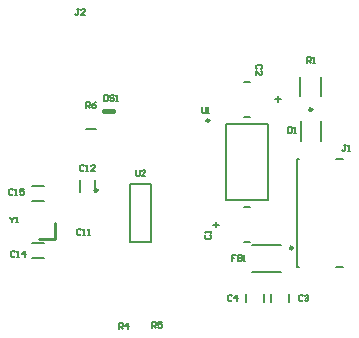
<source format=gto>
G04*
G04 #@! TF.GenerationSoftware,Altium Limited,Altium Designer,24.5.2 (23)*
G04*
G04 Layer_Color=65535*
%FSLAX44Y44*%
%MOMM*%
G71*
G04*
G04 #@! TF.SameCoordinates,BBD7BA97-53B7-428A-B693-6A0B443125F4*
G04*
G04*
G04 #@! TF.FilePolarity,Positive*
G04*
G01*
G75*
%ADD10C,0.2500*%
%ADD11C,0.2540*%
%ADD12C,0.2000*%
%ADD13C,0.4000*%
%ADD14C,0.1500*%
D10*
X1145250Y1087500D02*
G03*
X1145250Y1087500I-1250J0D01*
G01*
X1058300Y1078000D02*
G03*
X1058300Y1078000I-1250J0D01*
G01*
X1128800Y970250D02*
G03*
X1128800Y970250I-1250J0D01*
G01*
X963719Y1019050D02*
G03*
X963719Y1019050I-1250J0D01*
G01*
D11*
X914250Y977500D02*
X925250D01*
X927250D02*
Y991500D01*
X925250Y977500D02*
X927250D01*
D12*
X908250Y1010150D02*
X918250D01*
X908250Y1022850D02*
X918250D01*
X908000Y961650D02*
X918000D01*
X908000Y974350D02*
X918000D01*
X1152500Y1061000D02*
Y1078000D01*
X1135500Y1061000D02*
Y1078000D01*
X1072475Y1075525D02*
X1107525D01*
Y1010475D02*
Y1075525D01*
X1072475Y1010475D02*
X1107525D01*
X1072475D02*
Y1075525D01*
X1153000Y1098500D02*
Y1114500D01*
X1135000Y1098500D02*
Y1114500D01*
X1132650Y954250D02*
Y1045750D01*
X1165300D02*
X1171100D01*
X1132650D02*
X1133800D01*
X1165300Y954250D02*
X1171100D01*
X1132650D02*
X1133800D01*
X1110500Y924500D02*
Y931500D01*
X1125500Y924500D02*
Y931500D01*
X1089500Y924500D02*
Y931500D01*
X1104500Y924500D02*
Y931500D01*
X991210Y1024500D02*
X1008790D01*
Y975500D02*
Y1024500D01*
X991210Y975500D02*
X1008790D01*
X991210D02*
Y1024500D01*
X948400Y1017500D02*
Y1027500D01*
X961100Y1017500D02*
Y1027500D01*
X953500Y1070500D02*
X962500D01*
X1094219Y972500D02*
X1119281D01*
X1094219Y950000D02*
X1119281D01*
X1087750Y975000D02*
X1092250D01*
X1087750Y1005000D02*
X1092250D01*
X1063500Y987500D02*
Y992500D01*
X1061000Y990000D02*
X1066000D01*
X1087750Y1111000D02*
X1092250D01*
X1087750Y1081000D02*
X1092250D01*
X1116500Y1093500D02*
Y1098500D01*
X1114000Y1096000D02*
X1119000D01*
D13*
X969000Y1086500D02*
X977000D01*
D14*
X889668Y996749D02*
Y995916D01*
X891334Y994250D01*
X893000Y995916D01*
Y996749D01*
X891334Y994250D02*
Y991751D01*
X894666D02*
X896332D01*
X895499D01*
Y996749D01*
X894666Y995916D01*
X892334Y1019166D02*
X891501Y1019999D01*
X889835D01*
X889002Y1019166D01*
Y1015834D01*
X889835Y1015001D01*
X891501D01*
X892334Y1015834D01*
X894000Y1015001D02*
X895667D01*
X894834D01*
Y1019999D01*
X894000Y1019166D01*
X901498Y1019999D02*
X898166D01*
Y1017500D01*
X899832Y1018333D01*
X900665D01*
X901498Y1017500D01*
Y1015834D01*
X900665Y1015001D01*
X898999D01*
X898166Y1015834D01*
X893584Y966666D02*
X892751Y967499D01*
X891085D01*
X890252Y966666D01*
Y963334D01*
X891085Y962501D01*
X892751D01*
X893584Y963334D01*
X895250Y962501D02*
X896917D01*
X896084D01*
Y967499D01*
X895250Y966666D01*
X901915Y962501D02*
Y967499D01*
X899416Y965000D01*
X902748D01*
X1009835Y902501D02*
Y907499D01*
X1012334D01*
X1013167Y906666D01*
Y905000D01*
X1012334Y904167D01*
X1009835D01*
X1011501D02*
X1013167Y902501D01*
X1018165Y907499D02*
X1014833D01*
Y905000D01*
X1016499Y905833D01*
X1017332D01*
X1018165Y905000D01*
Y903334D01*
X1017332Y902501D01*
X1015666D01*
X1014833Y903334D01*
X981835Y901501D02*
Y906499D01*
X984334D01*
X985167Y905666D01*
Y904000D01*
X984334Y903167D01*
X981835D01*
X983501D02*
X985167Y901501D01*
X989332D02*
Y906499D01*
X986833Y904000D01*
X990165D01*
X995835Y1036499D02*
Y1032334D01*
X996668Y1031501D01*
X998334D01*
X999167Y1032334D01*
Y1036499D01*
X1004165Y1031501D02*
X1000833D01*
X1004165Y1034833D01*
Y1035666D01*
X1003332Y1036499D01*
X1001666D01*
X1000833Y1035666D01*
X1051668Y1089499D02*
Y1085334D01*
X1052501Y1084501D01*
X1054167D01*
X1055000Y1085334D01*
Y1089499D01*
X1056666Y1084501D02*
X1058332D01*
X1057499D01*
Y1089499D01*
X1056666Y1088666D01*
X953835Y1088501D02*
Y1093499D01*
X956334D01*
X957167Y1092666D01*
Y1091000D01*
X956334Y1090167D01*
X953835D01*
X955501D02*
X957167Y1088501D01*
X962165Y1093499D02*
X960499Y1092666D01*
X958833Y1091000D01*
Y1089334D01*
X959666Y1088501D01*
X961332D01*
X962165Y1089334D01*
Y1090167D01*
X961332Y1091000D01*
X958833D01*
X1140668Y1127001D02*
Y1131999D01*
X1143167D01*
X1144000Y1131166D01*
Y1129500D01*
X1143167Y1128667D01*
X1140668D01*
X1142334D02*
X1144000Y1127001D01*
X1145666D02*
X1147332D01*
X1146499D01*
Y1131999D01*
X1145666Y1131166D01*
X947958Y1172636D02*
X946292D01*
X947125D01*
Y1168471D01*
X946292Y1167638D01*
X945459D01*
X944626Y1168471D01*
X952957Y1167638D02*
X949624D01*
X952957Y1170970D01*
Y1171803D01*
X952123Y1172636D01*
X950457D01*
X949624Y1171803D01*
X1174000Y1057499D02*
X1172334D01*
X1173167D01*
Y1053334D01*
X1172334Y1052501D01*
X1171501D01*
X1170668Y1053334D01*
X1175666Y1052501D02*
X1177332D01*
X1176499D01*
Y1057499D01*
X1175666Y1056666D01*
X1080501Y964499D02*
X1077169D01*
Y962000D01*
X1078835D01*
X1077169D01*
Y959501D01*
X1082167Y964499D02*
Y959501D01*
X1084666D01*
X1085499Y960334D01*
Y961167D01*
X1084666Y962000D01*
X1082167D01*
X1084666D01*
X1085499Y962833D01*
Y963666D01*
X1084666Y964499D01*
X1082167D01*
X1087165Y959501D02*
X1088831D01*
X1087998D01*
Y964499D01*
X1087165Y963666D01*
X969169Y1099499D02*
Y1094501D01*
X971668D01*
X972501Y1095334D01*
Y1098666D01*
X971668Y1099499D01*
X969169D01*
X977499Y1098666D02*
X976666Y1099499D01*
X975000D01*
X974167Y1098666D01*
Y1097833D01*
X975000Y1097000D01*
X976666D01*
X977499Y1096167D01*
Y1095334D01*
X976666Y1094501D01*
X975000D01*
X974167Y1095334D01*
X979165Y1094501D02*
X980831D01*
X979998D01*
Y1099499D01*
X979165Y1098666D01*
X1124668Y1072499D02*
Y1067501D01*
X1127167D01*
X1128000Y1068334D01*
Y1071666D01*
X1127167Y1072499D01*
X1124668D01*
X1129666Y1067501D02*
X1131332D01*
X1130499D01*
Y1072499D01*
X1129666Y1071666D01*
X952084Y1039666D02*
X951251Y1040499D01*
X949585D01*
X948752Y1039666D01*
Y1036334D01*
X949585Y1035501D01*
X951251D01*
X952084Y1036334D01*
X953750Y1035501D02*
X955416D01*
X954584D01*
Y1040499D01*
X953750Y1039666D01*
X961248Y1035501D02*
X957916D01*
X961248Y1038833D01*
Y1039666D01*
X960415Y1040499D01*
X958749D01*
X957916Y1039666D01*
X949917Y985666D02*
X949084Y986499D01*
X947418D01*
X946585Y985666D01*
Y982334D01*
X947418Y981501D01*
X949084D01*
X949917Y982334D01*
X951583Y981501D02*
X953250D01*
X952417D01*
Y986499D01*
X951583Y985666D01*
X955749Y981501D02*
X957415D01*
X956582D01*
Y986499D01*
X955749Y985666D01*
X1077167Y929666D02*
X1076334Y930499D01*
X1074668D01*
X1073835Y929666D01*
Y926334D01*
X1074668Y925501D01*
X1076334D01*
X1077167Y926334D01*
X1081332Y925501D02*
Y930499D01*
X1078833Y928000D01*
X1082165D01*
X1137167Y929666D02*
X1136334Y930499D01*
X1134668D01*
X1133835Y929666D01*
Y926334D01*
X1134668Y925501D01*
X1136334D01*
X1137167Y926334D01*
X1138833Y929666D02*
X1139666Y930499D01*
X1141332D01*
X1142165Y929666D01*
Y928833D01*
X1141332Y928000D01*
X1140499D01*
X1141332D01*
X1142165Y927167D01*
Y926334D01*
X1141332Y925501D01*
X1139666D01*
X1138833Y926334D01*
X1101666Y1121833D02*
X1102499Y1122666D01*
Y1124332D01*
X1101666Y1125165D01*
X1098334D01*
X1097501Y1124332D01*
Y1122666D01*
X1098334Y1121833D01*
X1097501Y1116835D02*
Y1120167D01*
X1100833Y1116835D01*
X1101666D01*
X1102499Y1117668D01*
Y1119334D01*
X1101666Y1120167D01*
X1055334Y981000D02*
X1054501Y980167D01*
Y978501D01*
X1055334Y977668D01*
X1058666D01*
X1059499Y978501D01*
Y980167D01*
X1058666Y981000D01*
X1059499Y982666D02*
Y984332D01*
Y983499D01*
X1054501D01*
X1055334Y982666D01*
M02*

</source>
